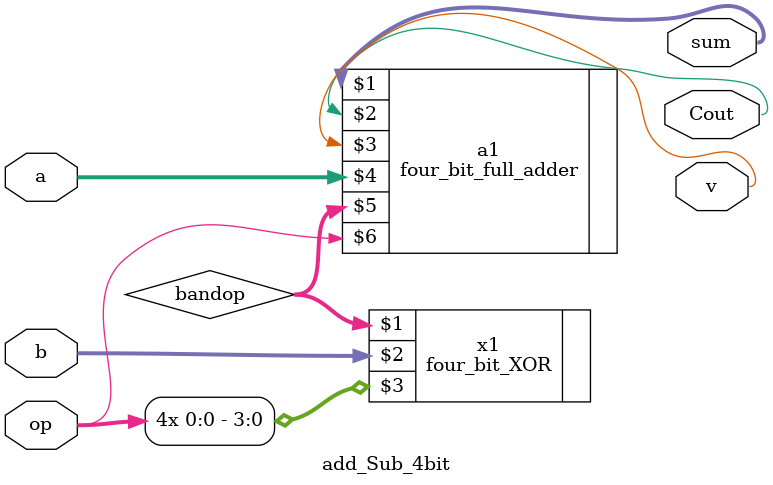
<source format=v>
module add_Sub_4bit(sum, Cout, v, a, b, op);

  input op; //op=0 adder ; op=1 substractor
  input [3:0] a;
  input [3:0] b;
  output [3:0] sum;
  output Cout, v;
  wire [3:0] bandop;
  //if do substractor, then invert b(bandop) 
  //by using b xor 1
  four_bit_XOR x1 (bandop, b, {op,op,op,op});
  //if do adder, bandop=b, op=0
  //if do substractor, bandop=-b, op=1
  four_bit_full_adder a1 (sum, Cout, v, a, bandop, op);

endmodule
</source>
